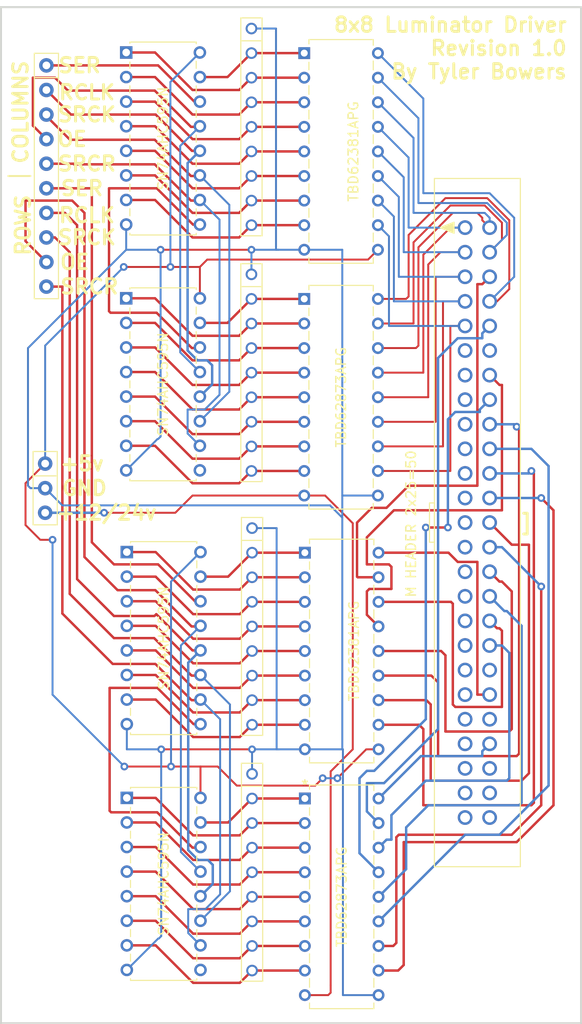
<source format=kicad_pcb>
(kicad_pcb (version 20211014) (generator pcbnew)
  (layers (0 "F.Cu" signal) (31 "B.Cu" signal) (34 "B.Paste" user) (35 "F.Paste" user) (36 "B.SilkS" user "B.Silkscreen") (37 "F.SilkS" user "F.Silkscreen") (38 "B.Mask" user) (39 "F.Mask" user) (44 "Edge.Cuts" user))
  (net 0 "")
  (footprint "Luminator:1x3 pads" (layer "F.Cu") (at 84.328 88.138)
    (fp_text reference "REF**" hide)
    (fp_text value "1x3 pads")
  )
  (footprint "Luminator:8x10 R Array" (layer "F.Cu") (at 105.7275 117.6655)
    (fp_text reference "REF**" hide)
    (fp_text value "8x10k R Array")
  )
  (footprint "Luminator:SN74AHC595N" (layer "F.Cu") (at 96.52 67.564)
    (fp_text reference "REF**" hide)
    (fp_text value "SN74AHC595N")
  )
  (footprint "Luminator:TBD62783APG" (layer "F.Cu") (at 111.1885 120.2055)
    (fp_text reference "REF**" hide)
    (fp_text value "TBD62873APG")
  )
  (footprint "Luminator:8x10 R Array" (layer "F.Cu") (at 105.664 40.64)
    (fp_text reference "REF**" hide)
    (fp_text value "8x10k R Array")
  )
  (footprint "Luminator:TBD62783APG" (layer "F.Cu") (at 111.125 68.58)
    (fp_text reference "REF**" hide)
    (fp_text value "TBD62873APG")
  )
  (footprint "Luminator:8x10 R Array" (layer "F.Cu") (at 105.7275 92.2655)
    (fp_text reference "REF**" hide)
    (fp_text value "8x10k R Array")
  )
  (footprint "Luminator:SN74AHC595N" (layer "F.Cu") (at 96.5835 93.7895)
    (fp_text reference "REF**" hide)
    (fp_text value "SN74AHC595N")
  )
  (footprint "Luminator:8x10 R Array" (layer "F.Cu") (at 105.664 66.04)
    (fp_text reference "REF**" hide)
    (fp_text value "8x10k R Array")
  )
  (footprint "Luminator:TBD62381APG" (layer "F.Cu") (at 111.125 43.18)
    (fp_text reference "REF**" hide)
    (fp_text value "TBD62381APG")
  )
  (footprint "Luminator:M HEADER 2x25=50 2.54mm" (layer "F.Cu") (at 127.762 61.214 -90)
    (fp_text reference "REF**" hide)
    (fp_text value "M HEADER 2x25=50 ")
  )
  (footprint "Luminator:1x10 pads" (layer "F.Cu") (at 84.455 55.88 180)
    (fp_text reference "REF**" hide)
    (fp_text value "1x10 pads" hide)
  )
  (footprint "Luminator:TBD62381APG" (layer "F.Cu") (at 111.1885 94.8055)
    (fp_text reference "REF**" hide)
    (fp_text value "TBD62381APG")
  )
  (footprint "Luminator:SN74AHC595N" (layer "F.Cu") (at 96.5835 119.1895)
    (fp_text reference "REF**" hide)
    (fp_text value "SN74AHC595N")
  )
  (footprint "Luminator:SN74AHC595N" (layer "F.Cu") (at 96.52 42.164)
    (fp_text reference "REF**" hide)
    (fp_text value "SN74AHC595N")
  )
  (gr_line (start 82.804 55.88) (end 80.518 55.88) (layer "F.SilkS") (width 0.2))
  (gr_rect (start 79.756 143.432) (end 139.756 38.432) (layer "Edge.Cuts") (width 0.2) (fill none))
  (gr_text "OE" (at 87.376 64.77) (layer "F.SilkS") (effects (font (size 1.5 1.5) (thickness 0.3))))
  (gr_text "]" (at 134.112 91.694) (layer "F.SilkS") (effects (font (size 1.5 1.5) (thickness 0.3))))
  (gr_text "SRCK" (at 88.646 62.23) (layer "F.SilkS") (effects (font (size 1.5 1.5) (thickness 0.3))))
  (gr_text "OE" (at 87.122 52.07) (layer "F.SilkS") (effects (font (size 1.5 1.5) (thickness 0.3))))
  (gr_text "+12/24v" (at 90.678 90.678) (layer "F.SilkS") (effects (font (size 1.5 1.5) (thickness 0.3))))
  (gr_text "SRCR" (at 88.646 54.61) (layer "F.SilkS") (effects (font (size 1.5 1.5) (thickness 0.3))))
  (gr_text "SER" (at 87.884 44.45) (layer "F.SilkS") (effects (font (size 1.5 1.5) (thickness 0.3))))
  (gr_text "ROWS" (at 82.042 60.96 90) (layer "F.SilkS") (effects (font (size 1.5 1.5) (thickness 0.3))))
  (gr_text "SRCK" (at 88.646 49.53) (layer "F.SilkS") (effects (font (size 1.5 1.5) (thickness 0.3))))
  (gr_text "RCLK" (at 88.646 47.244) (layer "F.SilkS") (effects (font (size 1.5 1.5) (thickness 0.3))))
  (gr_text "RCLK" (at 88.646 59.944) (layer "F.SilkS") (effects (font (size 1.5 1.5) (thickness 0.3))))
  (gr_text "COLUMNS" (at 81.788 49.276 90) (layer "F.SilkS") (effects (font (size 1.5 1.5) (thickness 0.3))))
  (gr_text "+5v" (at 88.138 85.598) (layer "F.SilkS") (effects (font (size 1.5 1.5) (thickness 0.3))))
  (gr_text "8x8 Luminator Driver\nRevision 1.0\nBy Tyler Bowers" (at 138.43 42.672) (layer "F.SilkS") (effects (font (size 1.5 1.5) (thickness 0.3)) (justify right)))
  (gr_text "SER" (at 88.138 57.15) (layer "F.SilkS") (effects (font (size 1.5 1.5) (thickness 0.3))))
  (gr_text "SRCR" (at 88.9 67.31) (layer "F.SilkS") (effects (font (size 1.5 1.5) (thickness 0.3))))
  (gr_text "GND" (at 88.392 88.138) (layer "F.SilkS") (effects (font (size 1.5 1.5) (thickness 0.3))))
  (segment (start 92.71 83.7565) (end 95.6945 83.7565) (width 0.25) (layer "F.Cu") (net 0))
  (segment (start 117.602 98.806) (end 117.856 98.552) (width 0.25) (layer "F.Cu") (net 0))
  (segment (start 104.394 85.09) (end 105.664 83.82) (width 0.25) (layer "F.Cu") (net 0))
  (segment (start 125.73 58.166) (end 130.048 58.166) (width 0.2) (layer "F.Cu") (net 0))
  (segment (start 126.3015 99.8855) (end 126.492 100.076) (width 0.25) (layer "F.Cu") (net 0))
  (segment (start 116.586 97.282) (end 116.586 91.694) (width 0.25) (layer "F.Cu") (net 0))
  (segment (start 123.444 113.03) (end 123.444 120.904) (width 0.25) (layer "F.Cu") (net 0))
  (segment (start 91.821 98.679) (end 88.392 95.25) (width 0.25) (layer "F.Cu") (net 0))
  (segment (start 111.125 45.72) (end 105.664 45.72) (width 0.25) (layer "F.Cu") (net 0))
  (segment (start 133.096 124.714) (end 121.412 124.714) (width 0.25) (layer "F.Cu") (net 0))
  (segment (start 86.6775 47.0535) (end 85.344 45.72) (width 0.25) (layer "F.Cu") (net 0))
  (segment (start 104.4575 98.6155) (end 105.7275 97.3455) (width 0.25) (layer "F.Cu") (net 0))
  (segment (start 92.71 55.8165) (end 95.6945 55.8165) (width 0.25) (layer "F.Cu") (net 0))
  (segment (start 111.1885 137.9855) (end 105.7275 137.9855) (width 0.25) (layer "F.Cu") (net 0))
  (segment (start 95.758 107.442) (end 99.6315 111.3155) (width 0.25) (layer "F.Cu") (net 0))
  (segment (start 105.664 63.5) (end 96.266 63.5) (width 0.2) (layer "F.Cu") (net 0))
  (segment (start 92.71 73.5965) (end 95.6945 73.5965) (width 0.25) (layer "F.Cu") (net 0))
  (segment (start 119.888 96.012) (end 117.602 96.012) (width 0.25) (layer "F.Cu") (net 0))
  (segment (start 86.995 49.53) (end 84.455 46.99) (width 0.25) (layer "F.Cu") (net 0))
  (segment (start 114.554 118.11) (end 117.5385 115.1255) (width 0.2) (layer "F.Cu") (net 0))
  (segment (start 104.394 80.01) (end 105.664 78.74) (width 0.25) (layer "F.Cu") (net 0))
  (segment (start 105.7275 125.2855) (end 111.1885 125.2855) (width 0.25) (layer "F.Cu") (net 0))
  (segment (start 105.664 73.66) (end 111.125 73.66) (width 0.25) (layer "F.Cu") (net 0))
  (segment (start 105.7275 110.0455) (end 111.1885 110.0455) (width 0.25) (layer "F.Cu") (net 0))
  (segment (start 95.6945 45.6565) (end 99.568 49.53) (width 0.25) (layer "F.Cu") (net 0))
  (segment (start 92.71 45.6565) (end 95.6945 45.6565) (width 0.25) (layer "F.Cu") (net 0))
  (segment (start 111.125 81.28) (end 105.664 81.28) (width 0.25) (layer "F.Cu") (net 0))
  (segment (start 99.568 46.99) (end 104.394 46.99) (width 0.25) (layer "F.Cu") (net 0))
  (segment (start 104.4575 103.6955) (end 105.7275 102.4255) (width 0.25) (layer "F.Cu") (net 0))
  (segment (start 132.588 113.03) (end 132.588 98.806) (width 0.25) (layer "F.Cu") (net 0))
  (segment (start 92.71 48.1965) (end 95.6945 48.1965) (width 0.25) (layer "F.Cu") (net 0))
  (segment (start 95.758 94.742) (end 99.6315 98.6155) (width 0.25) (layer "F.Cu") (net 0))
  (segment (start 84.455 54.61) (end 87.249 54.61) (width 0.25) (layer "F.Cu") (net 0))
  (segment (start 97.282 65.278) (end 92.456 65.278) (width 0.2) (layer "F.Cu") (net 0))
  (segment (start 85.09 93.472) (end 83.82 93.472) (width 0.2) (layer "F.Cu") (net 0))
  (segment (start 131.063999 102.615999) (end 130.302 101.854) (width 0.25) (layer "F.Cu") (net 0))
  (segment (start 135.636 89.154) (end 136.906 90.424) (width 0.25) (layer "F.Cu") (net 0))
  (segment (start 92.7735 102.362) (end 95.758 102.362) (width 0.25) (layer "F.Cu") (net 0))
  (segment (start 85.344 62.23) (end 84.455 62.23) (width 0.25) (layer "F.Cu") (net 0))
  (segment (start 118.8085 97.3455) (end 116.6495 97.3455) (width 0.25) (layer "F.Cu") (net 0))
  (segment (start 100.33 65.278) (end 97.282 65.278) (width 0.2) (layer "F.Cu") (net 0))
  (segment (start 126.238 58.928) (end 129.794 58.928) (width 0.2) (layer "F.Cu") (net 0))
  (segment (start 92.71 43.1165) (end 95.6945 43.1165) (width 0.25) (layer "F.Cu") (net 0))
  (segment (start 123.698 92.202) (end 125.984 92.202) (width 0.25) (layer "F.Cu") (net 0))
  (segment (start 92.71 78.6765) (end 95.6945 78.6765) (width 0.25) (layer "F.Cu") (net 0))
  (segment (start 118.8085 102.4255) (end 117.602 101.219) (width 0.25) (layer "F.Cu") (net 0))
  (segment (start 126.238 71.374) (end 127.762 71.374) (width 0.2) (layer "F.Cu") (net 0))
  (segment (start 99.6315 106.2355) (end 104.4575 106.2355) (width 0.25) (layer "F.Cu") (net 0))
  (segment (start 87.122 58.42) (end 82.296 58.42) (width 0.25) (layer "F.Cu") (net 0))
  (segment (start 117.5385 115.1255) (end 118.8085 115.1255) (width 0.2) (layer "F.Cu") (net 0))
  (segment (start 133.35 82.042) (end 133.096 81.788) (width 0.25) (layer "F.Cu") (net 0))
  (segment (start 99.679125 112.522) (end 95.932625 108.7755) (width 0.25) (layer "F.Cu") (net 0))
  (segment (start 126.746 110.744) (end 131.572 110.744) (width 0.25) (layer "F.Cu") (net 0))
  (segment (start 86.106 67.31) (end 84.455 67.31) (width 0.25) (layer "F.Cu") (net 0))
  (segment (start 111.1885 107.5055) (end 105.7275 107.5055) (width 0.25) (layer "F.Cu") (net 0))
  (segment (start 95.758 102.362) (end 99.6315 106.2355) (width 0.25) (layer "F.Cu") (net 0))
  (segment (start 120.142 96.266) (end 119.888 96.012) (width 0.25) (layer "F.Cu") (net 0))
  (segment (start 118.8085 110.0455) (end 123.7615 110.0455) (width 0.25) (layer "F.Cu") (net 0))
  (segment (start 104.4575 113.8555) (end 105.7275 112.5855) (width 0.25) (layer "F.Cu") (net 0))
  (segment (start 103.1875 45.6565) (end 105.664 43.18) (width 0.25) (layer "F.Cu") (net 0))
  (segment (start 105.7275 130.3655) (end 111.1885 130.3655) (width 0.25) (layer "F.Cu") (net 0))
  (segment (start 91.313 106.299) (end 86.106 101.092) (width 0.25) (layer "F.Cu") (net 0))
  (segment (start 95.758 97.282) (end 99.6315 101.1555) (width 0.25) (layer "F.Cu") (net 0))
  (segment (start 113.8555 139.5095) (end 113.8555 140.2715) (width 0.2) (layer "F.Cu") (net 0))
  (segment (start 129.032 95.758) (end 129.032 109.474) (width 0.25) (layer "F.Cu") (net 0))
  (segment (start 99.568 82.55) (end 104.394 82.55) (width 0.25) (layer "F.Cu") (net 0))
  (segment (start 127 95.758) (end 129.032 95.758) (width 0.25) (layer "F.Cu") (net 0))
  (segment (start 126.238 86.36) (end 126.238 71.374) (width 0.2) (layer "F.Cu") (net 0))
  (segment (start 92.71 58.3565) (end 95.6945 58.3565) (width 0.25) (layer "F.Cu") (net 0))
  (segment (start 104.394 59.69) (end 105.664 58.42) (width 0.25) (layer "F.Cu") (net 0))
  (segment (start 129.54 60.198) (end 129.540001 60.452001) (width 0.2) (layer "F.Cu") (net 0))
  (segment (start 100.33 65.278) (end 101.092 64.516) (width 0.2) (layer "F.Cu") (net 0))
  (segment (start 113.284 88.9) (end 111.125 88.9) (width 0.2) (layer "F.Cu") (net 0))
  (segment (start 92.7735 127.762) (end 95.758 127.762) (width 0.25) (layer "F.Cu") (net 0))
  (segment (start 132.588 123.952) (end 120.904 123.952) (width 0.25) (layer "F.Cu") (net 0))
  (segment (start 112.268 118.872) (end 113.03 118.11) (width 0.2) (layer "F.Cu") (net 0))
  (segment (start 126.492 100.076) (end 126.492 110.49) (width 0.25) (layer "F.Cu") (net 0))
  (segment (start 92.7735 97.282) (end 95.758 97.282) (width 0.25) (layer "F.Cu") (net 0))
  (segment (start 125.73 105.41) (end 125.73 113.284) (width 0.25) (layer "F.Cu") (net 0))
  (segment (start 95.66275 52.1335) (end 86.89975 52.1335) (width 0.25) (layer "F.Cu") (net 0))
  (segment (start 130.048 58.166) (end 132.334 60.452) (width 0.2) (layer "F.Cu") (net 0))
  (segment (start 118.745 68.58) (end 121.666 68.58) (width 0.2) (layer "F.Cu") (net 0))
  (segment (start 131.572 102.87) (end 131.318 102.616) (width 0.25) (layer "F.Cu") (net 0))
  (segment (start 116.586 91.694) (end 118.11 90.17) (width 0.25) (layer "F.Cu") (net 0))
  (segment (start 113.6015 140.5255) (end 111.1885 140.5255) (width 0.2) (layer "F.Cu") (net 0))
  (segment (start 120.65 124.206) (end 120.65 135.128) (width 0.25) (layer "F.Cu") (net 0))
  (segment (start 124.968 108.204) (end 124.968 115.824) (width 0.25) (layer "F.Cu") (net 0))
  (segment (start 95.6945 53.2765) (end 99.568 57.15) (width 0.25) (layer "F.Cu") (net 0))
  (segment (start 92.71 76.1365) (end 95.6945 76.1365) (width 0.25) (layer "F.Cu") (net 0))
  (segment (start 100.23475 58.42) (end 99.40925 58.42) (width 0.25) (layer "F.Cu") (net 0))
  (segment (start 125.2855 104.9655) (end 125.73 105.41) (width 0.25) (layer "F.Cu") (net 0))
  (segment (start 122.936 73.406) (end 122.936 63.246) (width 0.2) (layer "F.Cu") (net 0))
  (segment (start 121.92 87.884) (end 129.032 87.884) (width 0.25) (layer "F.Cu") (net 0))
  (segment (start 104.4575 134.1755) (end 105.7275 132.9055) (width 0.25) (layer "F.Cu") (net 0))
  (segment (start 99.6315 136.7155) (end 104.4575 136.7155) (width 0.25) (layer "F.Cu") (net 0))
  (segment (start 104.394 54.61) (end 105.664 53.34) (width 0.25) (layer "F.Cu") (net 0))
  (segment (start 95.66275 54.6735) (end 87.3125 54.6735) (width 0.25) (layer "F.Cu") (net 0))
  (segment (start 105.664 68.58) (end 111.125 68.58) (width 0.25) (layer "F.Cu") (net 0))
  (segment (start 104.394 82.55) (end 105.664 81.28) (width 0.25) (layer "F.Cu") (net 0))
  (segment (start 116.1415 115.1255) (end 113.8555 117.4115) (width 0.2) (layer "F.Cu") (net 0))
  (segment (start 86.89975 52.1335) (end 84.35975 49.5935) (width 0.25) (layer "F.Cu") (net 0))
  (segment (start 100.3935 116.9035) (end 97.3455 116.9035) (width 0.2) (layer "F.Cu") (net 0))
  (segment (start 95.6945 48.1965) (end 99.568 52.07) (width 0.25) (layer "F.Cu") (net 0))
  (segment (start 118.8085 99.8855) (end 126.3015 99.8855) (width 0.25) (layer "F.Cu") (net 0))
  (segment (start 82.296 58.42) (end 82.296 62.611) (width 0.25) (layer "F.Cu") (net 0))
  (segment (start 99.40925 50.8) (end 95.66275 47.0535) (width 0.25) (layer "F.Cu") (net 0))
  (segment (start 119.634 90.17) (end 121.92 87.884) (width 0.25) (layer "F.Cu") (net 0))
  (segment (start 134.366 93.98) (end 132.588 93.98) (width 0.25) (layer "F.Cu") (net 0))
  (segment (start 99.7585 48.1965) (end 96.012 44.45) (width 0.25) (layer "F.Cu") (net 0))
  (segment (start 135.636 120.904) (end 132.588 123.952) (width 0.25) (layer "F.Cu") (net 0))
  (segment (start 118.8085 104.9655) (end 125.2855 104.9655) (width 0.25) (layer "F.Cu") (net 0))
  (segment (start 122.936 63.246) (end 126.492 59.69) (width 0.2) (layer "F.Cu") (net 0))
  (segment (start 104.394 46.99) (end 105.664 45.72) (width 0.25) (layer "F.Cu") (net 0))
  (segment (start 83.058 50.673) (end 84.455 52.07) (width 0.25) (layer "F.Cu") (net 0))
  (segment (start 95.6945 73.5965) (end 99.568 77.47) (width 0.25) (layer "F.Cu") (net 0))
  (segment (start 134.366 117.602) (end 134.366 93.98) (width 0.25) (layer "F.Cu") (net 0))
  (segment (start 100.33 71.0565) (end 103.1875 71.0565) (width 0.25) (layer "F.Cu") (net 0))
  (segment (start 95.72625 98.679) (end 91.821 98.679) (width 0.25) (layer "F.Cu") (net 0))
  (segment (start 124.206 110.49) (end 124.206 118.364) (width 0.25) (layer "F.Cu") (net 0))
  (segment (start 99.615625 60.8965) (end 95.869125 57.15) (width 0.25) (layer "F.Cu") (net 0))
  (segment (start 111.1885 127.8255) (end 105.7275 127.8255) (width 0.25) (layer "F.Cu") (net 0))
  (segment (start 92.7735 130.302) (end 95.758 130.302) (width 0.25) (layer "F.Cu") (net 0))
  (segment (start 92.7735 99.822) (end 95.758 99.822) (width 0.25) (layer "F.Cu") (net 0))
  (segment (start 95.758 132.842) (end 99.6315 136.7155) (width 0.25) (layer "F.Cu") (net 0))
  (segment (start 120.8405 137.9855) (end 118.8085 137.9855) (width 0.25) (layer "F.Cu") (net 0))
  (segment (start 125.222 63.754) (end 127.762 63.754) (width 0.2) (layer "F.Cu") (net 0))
  (segment (start 104.394 72.39) (end 105.664 71.12) (width 0.25) (layer "F.Cu") (net 0))
  (segment (start 100.33 45.6565) (end 103.1875 45.6565) (width 0.25) (layer "F.Cu") (net 0))
  (segment (start 118.8085 94.8055) (end 126.0475 94.8055) (width 0.25) (layer "F.Cu") (net 0))
  (segment (start 99.47275 110.0455) (end 95.72625 106.299) (width 0.25) (layer "F.Cu") (net 0))
  (segment (start 104.394 74.93) (end 105.664 73.66) (width 0.25) (layer "F.Cu") (net 0))
  (segment (start 105.7275 104.9655) (end 111.1885 104.9655) (width 0.25) (layer "F.Cu") (net 0))
  (segment (start 99.5045 73.66) (end 95.85325 70.00875) (width 0.25) (layer "F.Cu") (net 0))
  (segment (start 85.344 45.72) (end 83.058 45.72) (width 0.25) (layer "F.Cu") (net 0))
  (segment (start 100.33 68.5165) (end 100.33 65.278) (width 0.2) (layer "F.Cu") (net 0))
  (segment (start 95.6945 50.7365) (end 99.568 54.61) (width 0.25) (layer "F.Cu") (net 0))
  (segment (start 99.6315 139.2555) (end 104.4575 139.2555) (width 0.25) (layer "F.Cu") (net 0))
  (segment (start 126.238 61.214) (end 127.762 61.214) (width 0.2) (layer "F.Cu") (net 0))
  (segment (start 95.59925 103.632) (end 91.44 103.632) (width 0.25) (layer "F.Cu") (net 0))
  (segment (start 95.758 120.142) (end 99.6315 124.0155) (width 0.25) (layer "F.Cu") (net 0))
  (segment (start 131.572 97.79) (end 131.318 97.79) (width 0.25) (layer "F.Cu") (net 0))
  (segment (start 132.588 98.806) (end 131.572 97.79) (width 0.25) (layer "F.Cu") (net 0))
  (segment (start 133.096 115.824) (end 133.35 115.57) (width 0.25) (layer "F.Cu") (net 0))
  (segment (start 111.125 76.2) (end 105.664 76.2) (width 0.25) (layer "F.Cu") (net 0))
  (segment (start 122.428 62.738) (end 126.238 58.928) (width 0.2) (layer "F.Cu") (net 0))
  (segment (start 104.4575 101.1555) (end 105.7275 99.8855) (width 0.25) (layer "F.Cu") (net 0))
  (segment (start 118.745 71.12) (end 122.428 71.12) (width 0.2) (layer "F.Cu") (net 0))
  (segment (start 100.3935 97.282) (end 103.251 97.282) (width 0.25) (layer "F.Cu") (net 0))
  (segment (start 91.44 96.012) (end 89.154 93.726) (width 0.25) (layer "F.Cu") (net 0))
  (segment (start 100.29825 107.5055) (end 99.47275 107.5055) (width 0.25) (layer "F.Cu") (net 0))
  (segment (start 95.758 135.382) (end 99.6315 139.2555) (width 0.25) (layer "F.Cu") (net 0))
  (segment (start 99.568 54.61) (end 104.394 54.61) (width 0.25) (layer "F.Cu") (net 0))
  (segment (start 95.758 99.822) (end 99.6315 103.6955) (width 0.25) (layer "F.Cu") (net 0))
  (segment (start 131.318 77.47) (end 130.302 76.454) (width 0.25) (layer "F.Cu") (net 0))
  (segment (start 90.932 69.85) (end 91.09075 70.00875) (width 0.25) (layer "F.Cu") (net 0))
  (segment (start 99.47275 102.4255) (end 95.72625 98.679) (width 0.25) (layer "F.Cu") (net 0))
  (segment (start 124.2695 107.5055) (end 124.968 108.204) (width 0.25) (layer "F.Cu") (net 0))
  (segment (start 95.66275 47.0535) (end 86.6775 47.0535) (width 0.25) (layer "F.Cu") (net 0))
  (segment (start 125.476 68.834) (end 127.762 68.834) (width 0.2) (layer "F.Cu") (net 0))
  (segment (start 92.7735 120.142) (end 95.758 120.142) (width 0.25) (layer "F.Cu") (net 0))
  (segment (start 111.125 55.88) (end 105.664 55.88) (width 0.25) (layer "F.Cu") (net 0))
  (segment (start 131.572 110.744) (end 131.572 102.87) (width 0.25) (layer "F.Cu") (net 0))
  (segment (start 117.602 93.218) (end 120.396 90.424) (width 0.25) (layer "F.Cu") (net 0))
  (segment (start 92.7735 135.382) (end 95.758 135.382) (width 0.25) (layer "F.Cu") (net 0))
  (segment (start 104.4575 108.7755) (end 105.7275 107.5055) (width 0.25) (layer "F.Cu") (net 0))
  (segment (start 111.125 71.12) (end 105.664 71.12) (width 0.25) (layer "F.Cu") (net 0))
  (segment (start 87.249 54.61) (end 87.3125 54.6735) (width 0.25) (layer "F.Cu") (net 0))
  (segment (start 132.588 93.98) (end 130.302 91.694) (width 0.25) (layer "F.Cu") (net 0))
  (segment (start 88.392 59.69) (end 87.122 58.42) (width 0.25) (layer "F.Cu") (net 0))
  (segment (start 120.142 98.552) (end 120.142 96.266) (width 0.25) (layer "F.Cu") (net 0))
  (segment (start 125.73 113.284) (end 132.334 113.284) (width 0.25) (layer "F.Cu") (net 0))
  (segment (start 104.394 52.07) (end 105.664 50.8) (width 0.25) (layer "F.Cu") (net 0))
  (segment (start 135.636 98.298) (end 135.636 120.904) (width 0.25) (layer "F.Cu") (net 0))
  (segment (start 103.1875 71.0565) (end 105.664 68.58) (width 0.25) (layer "F.Cu") (net 0))
  (segment (start 92.7735 104.902) (end 95.758 104.902) (width 0.25) (layer "F.Cu") (net 0))
  (segment (start 92.71 81.2165) (end 95.6945 81.2165) (width 0.25) (layer "F.Cu") (net 0))
  (segment (start 99.568 49.53) (end 104.394 49.53) (width 0.25) (layer "F.Cu") (net 0))
  (segment (start 129.794 58.928) (end 131.572 60.706) (width 0.2) (layer "F.Cu") (net 0))
  (segment (start 122.428 71.12) (end 122.428 62.738) (width 0.2) (layer "F.Cu") (net 0))
  (segment (start 121.666 68.58) (end 121.92 68.326) (width 0.2) (layer "F.Cu") (net 0))
  (segment (start 82.296 62.611) (end 84.455 64.77) (width 0.25) (layer "F.Cu") (net 0))
  (segment (start 104.4575 129.0955) (end 105.7275 127.8255) (width 0.25) (layer "F.Cu") (net 0))
  (segment (start 95.6945 78.6765) (end 99.568 82.55) (width 0.25) (layer "F.Cu") (net 0))
  (segment (start 126.0475 94.8055) (end 127 95.758) (width 0.25) (layer "F.Cu") (net 0))
  (segment (start 99.568 62.23) (end 104.394 62.23) (width 0.25) (layer "F.Cu") (net 0))
  (segment (start 99.568 88.9) (end 97.79 90.678) (width 0.2) (layer "F.Cu") (net 0))
  (segment (start 86.36 59.69) (end 84.455 59.69) (width 0.25) (layer "F.Cu") (net 0))
  (segment (start 95.758 125.222) (end 99.6315 129.0955) (width 0.25) (layer "F.Cu") (net 0))
  (segment (start 92.7735 132.842) (end 95.758 132.842) (width 0.25) (layer "F.Cu") (net 0))
  (segment (start 105.7275 120.2055) (end 111.1885 120.2055) (width 0.25) (layer "F.Cu") (net 0))
  (segment (start 99.568 72.39) (end 104.394 72.39) (width 0.25) (layer "F.Cu") (net 0))
  (segment (start 100.33 73.66) (end 99.5045 73.66) (width 0.25) (layer "F.Cu") (net 0))
  (segment (start 100.3935 125.2855) (end 99.568 125.2855) (width 0.25) (layer "F.Cu") (net 0))
  (segment (start 95.758 104.902) (end 99.6315 108.7755) (width 0.25) (layer "F.Cu") (net 0))
  (segment (start 99.6315 111.3155) (end 104.4575 111.3155) (width 0.25) (layer "F.Cu") (net 0))
  (segment (start 99.822 99.822) (end 96.012 96.012) (width 0.25) (layer "F.Cu") (net 0))
  (segment (start 99.568 104.902) (end 95.8215 101.1555) (width 0.25) (layer "F.Cu") (net 0))
  (segment (start 95.6945 76.1365) (end 99.568 80.01) (width 0.25) (layer "F.Cu") (net 0))
  (segment (start 90.9955 121.4755) (end 91.15425 121.63425) (width 0.25) (layer "F.Cu") (net 0))
  (segment (start 105.664 43.18) (end 111.125 43.18) (width 0.25) (layer "F.Cu") (net 0))
  (segment (start 95.6945 81.2165) (end 99.568 85.09) (width 0.25) (layer "F.Cu") (net 0))
  (segment (start 118.745 81.28) (end 124.714 81.28) (width 0.2) (layer "F.Cu") (net 0))
  (segment (start 102.1715 116.9035) (end 104.14 118.872) (width 0.2) (layer "F.Cu") (net 0))
  (segment (start 120.3325 135.4455) (end 118.8085 135.4455) (width 0.25) (layer "F.Cu") (net 0))
  (segment (start 101.092 64.516) (end 117.729 64.516) (width 0.2) (layer "F.Cu") (net 0))
  (segment (start 95.758 127.762) (end 99.6315 131.6355) (width 0.25) (layer "F.Cu") (net 0))
  (segment (start 122.9995 112.5855) (end 123.444 113.03) (width 0.25) (layer "F.Cu") (net 0))
  (segment (start 99.6315 134.1755) (end 104.4575 134.1755) (width 0.25) (layer "F.Cu") (net 0))
  (segment (start 104.4575 131.6355) (end 105.7275 130.3655) (width 0.25) (layer "F.Cu") (net 0))
  (segment (start 103.251 97.282) (end 105.7275 94.8055) (width 0.25) (layer "F.Cu") (net 0))
  (segment (start 100.29825 102.4255) (end 99.47275 102.4255) (width 0.25) (layer "F.Cu") (net 0))
  (segment (start 99.568 77.47) (end 104.394 77.47) (width 0.25) (layer "F.Cu") (net 0))
  (segment (start 92.71 50.7365) (end 95.6945 50.7365) (width 0.25) (layer "F.Cu") (net 0))
  (segment (start 131.572 90.424) (end 131.572 77.47) (width 0.25) (layer "F.Cu") (net 0))
  (segment (start 95.758 109.982) (end 99.6315 113.8555) (width 0.25) (layer "F.Cu") (net 0))
  (segment (start 117.856 98.552) (end 120.142 98.552) (width 0.25) (layer "F.Cu") (net 0))
  (segment (start 111.125 86.36) (end 105.664 86.36) (width 0.25) (layer "F.Cu") (net 0))
  (segment (start 118.745 78.74) (end 123.952 78.74) (width 0.2) (layer "F.Cu") (net 0))
  (segment (start 96.012 44.45) (end 84.455 44.45) (width 0.25) (layer "F.Cu") (net 0))
  (segment (start 111.1885 97.3455) (end 105.7275 97.3455) (width 0.25) (layer "F.Cu") (net 0))
  (segment (start 113.8555 140.2715) (end 113.6015 140.5255) (width 0.2) (layer "F.Cu") (net 0))
  (segment (start 104.394 62.23) (end 105.664 60.96) (width 0.25) (layer "F.Cu") (net 0))
  (segment (start 124.968 115.824) (end 133.096 115.824) (width 0.25) (layer "F.Cu") (net 0))
  (segment (start 104.394 57.15) (end 105.664 55.88) (width 0.25) (layer "F.Cu") (net 0))
  (segment (start 99.568 85.09) (end 104.394 85.09) (width 0.25) (layer "F.Cu") (net 0))
  (segment (start 117.729 64.516) (end 118.745 63.5) (width 0.2) (layer "F.Cu") (net 0))
  (segment (start 133.604 118.364) (end 134.366 117.602) (width 0.25) (layer "F.Cu") (net 0))
  (segment (start 118.745 76.2) (end 123.444 76.2) (width 0.2) (layer "F.Cu") (net 0))
  (segment (start 82.296 91.948) (end 82.296 87.63) (width 0.2) (layer "F.Cu") (net 0))
  (segment (start 95.932625 108.7755) (end 90.9955 108.7755) (width 0.25) (layer "F.Cu") (net 0))
  (segment (start 89.154 57.15) (end 84.455 57.15) (width 0.25) (layer "F.Cu") (net 0))
  (segment (start 91.44 101.346) (end 87.63 97.536) (width 0.25) (layer "F.Cu") (net 0))
  (segment (start 99.6315 98.6155) (end 104.4575 98.6155) (width 0.25) (layer "F.Cu") (net 0))
  (segment (start 90.932 57.15) (end 90.932 69.85) (width 0.25) (layer "F.Cu") (net 0))
  (segment (start 99.6315 108.7755) (end 104.4575 108.7755) (width 0.25) (layer "F.Cu") (net 0))
  (segment (start 111.1885 102.4255) (end 105.7275 102.4255) (width 0.25) (layer "F.Cu") (net 0))
  (segment (start 129.032 59.69) (end 129.54 60.198) (width 0.2) (layer "F.Cu") (net 0))
  (segment (start 95.631 101.346) (end 91.44 101.346) (width 0.25) (layer "F.Cu") (net 0))
  (segment (start 96.012 96.012) (end 91.44 96.012) (width 0.25) (layer "F.Cu") (net 0))
  (segment (start 136.906 90.424) (end 136.906 120.904) (width 0.25) (layer "F.Cu") (net 0))
  (segment (start 92.7735 109.982) (end 95.758 109.982) (width 0.25) (layer "F.Cu") (net 0))
  (segment (start 123.444 120.904) (end 134.62 120.904) (width 0.25) (layer "F.Cu") (net 0))
  (segment (start 121.412 124.714) (end 121.412 137.414) (width 0.25) (layer "F.Cu") (net 0))
  (segment (start 111.125 60.96) (end 105.664 60.96) (width 0.25) (layer "F.Cu") (net 0))
  (segment (start 104.4575 111.3155) (end 105.7275 110.0455) (width 0.25) (layer "F.Cu") (net 0))
  (segment (start 92.7735 122.682) (end 95.758 122.682) (width 0.25) (layer "F.Cu") (net 0))
  (segment (start 131.064 68.834) (end 130.302 68.834) (width 0.2) (layer "F.Cu") (net 0))
  (segment (start 95.6945 83.7565) (end 99.568 87.63) (width 0.25) (layer "F.Cu") (net 0))
  (segment (start 132.334 67.564) (end 131.064 68.834) (width 0.2) (layer "F.Cu") (net 0))
  (segment (start 83.058 45.72) (end 83.058 50.673) (width 0.25) (layer "F.Cu") (net 0))
  (segment (start 100.3935 104.902) (end 99.568 104.902) (width 0.25) (layer "F.Cu") (net 0))
  (segment (start 95.758 130.302) (end 99.6315 134.1755) (width 0.25) (layer "F.Cu") (net 0))
  (segment (start 117.602 101.219) (end 117.602 98.806) (width 0.25) (layer "F.Cu") (net 0))
  (segment (start 99.6315 113.8555) (end 104.4575 113.8555) (width 0.25) (layer "F.Cu") (net 0))
  (segment (start 129.540001 67.055999) (end 130.302 66.294) (width 0.25) (layer "F.Cu") (net 0))
  (segment (start 131.572 77.47) (end 131.318 77.47) (width 0.25) (layer "F.Cu") (net 0))
  (segment (start 111.1885 122.7455) (end 105.7275 122.7455) (width 0.25) (layer "F.Cu") (net 0))
  (segment (start 111.1885 132.9055) (end 105.7275 132.9055) (width 0.25) (layer "F.Cu") (net 0))
  (segment (start 104.4575 126.5555) (end 105.7275 125.2855) (width 0.25) (layer "F.Cu") (net 0))
  (segment (start 86.868 99.06) (end 86.868 63.754) (width 0.25) (layer "F.Cu") (net 0))
  (segment (start 95.6945 71.0565) (end 99.568 74.93) (width 0.25) (layer "F.Cu") (net 0))
  (segment (start 105.7275 135.4455) (end 111.1885 135.4455) (width 0.25) (layer "F.Cu") (net 0))
  (segment (start 118.8085 112.5855) (end 122.9995 112.5855) (width 0.25) (layer "F.Cu") (net 0))
  (segment (start 123.444 76.2) (end 123.444 64.008) (width 0.2) (layer "F.Cu") (net 0))
  (segment (start 99.6315 101.1555) (end 104.4575 101.1555) (width 0.25) (layer "F.Cu") (net 0))
  (segment (start 129.032 109.474) (end 130.302 109.474) (width 0.25) (layer "F.Cu") (net 0))
  (segment (start 105.7275 99.8855) (end 111.1885 99.8855) (width 0.25) (layer "F.Cu") (net 0))
  (segment (start 111.1885 112.5855) (end 105.7275 112.5855) (width 0.25) (layer "F.Cu") (net 0))
  (segment (start 105.664 83.82) (end 111.125 83.82) (width 0.25) (layer "F.Cu") (net 0))
  (segment (start 118.745 73.66) (end 122.682 73.66) (width 0.2) (layer "F.Cu") (net 0))
  (segment (start 92.71 68.5165) (end 95.6945 68.5165) (width 0.25) (layer "F.Cu") (net 0))
  (segment (start 87.63 60.96) (end 86.36 59.69) (width 0.25) (layer "F.Cu") (net 0))
  (segment (start 105.7275 94.8055) (end 111.1885 94.8055) (width 0.25) (layer "F.Cu") (net 0))
  (segment (start 97.3455 116.9035) (end 92.5195 116.9035) (width 0.2) (layer "F.Cu") (net 0))
  (segment (start 82.296 87.63) (end 84.328 85.598) (width 0.2) (layer "F.Cu") (net 0))
  (segment (start 116.6495 97.3455) (end 116.586 97.282) (width 0.25) (layer "F.Cu") (net 0))
  (segment (start 99.6315 124.0155) (end 104.4575 124.0155) (width 0.25) (layer "F.Cu") (net 0))
  (segment (start 129.032 87.884) (end 129.032 67.056) (width 0.25) (layer "F.Cu") (net 0))
  (segment (start 123.952 78.74) (end 123.952 65.024) (width 0.2) (layer "F.Cu") (net 0))
  (segment (start 91.09075 70.00875) (end 95.85325 70.00875) (width 0.25) (layer "F.Cu") (net 0))
  (segment (start 121.412 137.414) (end 120.8405 137.9855) (width 0.25) (layer "F.Cu") (net 0))
  (segment (start 129.540001 60.452001) (end 130.302 61.214) (width 0.2) (layer "F.Cu") (net 0))
  (segment (start 116.1415 91.7575) (end 113.284 88.9) (width 0.2) (layer "F.Cu") (net 0))
  (segment (start 136.906 120.904) (end 133.096 124.714) (width 0.25) (layer "F.Cu") (net 0))
  (segment (start 99.6315 103.6955) (end 104.4575 103.6955) (width 0.25) (layer "F.Cu") (net 0))
  (segment (start 100.441125 60.8965) (end 99.615625 60.8965) (width 0.25) (layer "F.Cu") (net 0))
  (segment (start 97.79 90.678) (end 90.424 90.678) (width 0.2) (layer "F.Cu") (net 0))
  (segment (start 89.154 93.726) (end 89.154 57.15) (width 0.25) (layer "F.Cu") (net 0))
  (segment (start 129.032 67.056) (end 129.540001 67.055999) (width 0.25) (layer "F.Cu") (net 0))
  (segment (start 95.8215 101.1555) (end 95.631 101.346) (width 0.25) (layer "F.Cu") (net 0))
  (segment (start 104.4575 139.2555) (end 105.7275 137.9855) (width 0.25) (layer "F.Cu") (net 0))
  (segment (start 116.1415 115.1255) (end 116.1415 91.7575) (width 0.2) (layer "F.Cu") (net 0))
  (segment (start 123.444 64.008) (end 126.238 61.214) (width 0.2) (layer "F.Cu") (net 0))
  (segment (start 104.394 87.63) (end 105.664 86.36) (width 0.25) (layer "F.Cu") (net 0))
  (segment (start 133.35 115.57) (end 133.35 82.042) (width 0.25) (layer "F.Cu") (net 0))
  (segment (start 132.334 60.452) (end 132.334 67.564) (width 0.2) (layer "F.Cu") (net 0))
  (segment (start 120.396 90.424) (end 131.572 90.424) (width 0.25) (layer "F.Cu") (net 0))
  (segment (start 124.206 118.364) (end 133.604 118.364) (width 0.25) (layer "F.Cu") (net 0))
  (segment (start 92.71 71.0565) (end 95.6945 71.0565) (width 0.25) (layer "F.Cu") (net 0))
  (segment (start 95.758 122.682) (end 99.6315 126.5555) (width 0.25) (layer "F.Cu") (net 0))
  (segment (start 92.7735 107.442) (end 95.758 107.442) (width 0.25) (layer "F.Cu") (net 0))
  (segment (start 104.4575 136.7155) (end 105.7275 135.4455) (width 0.25) (layer "F.Cu") (net 0))
  (segment (start 104.4575 106.2355) (end 105.7275 104.9655) (width 0.25) (layer "F.Cu") (net 0))
  (segment (start 99.568 87.63) (end 104.394 87.63) (width 0.25) (layer "F.Cu") (net 0))
  (segment (start 126.492 59.69) (end 129.032 59.69) (width 0.2) (layer "F.Cu") (net 0))
  (segment (start 121.92 68.326) (end 121.92 61.976) (width 0.2) (layer "F.Cu") (net 0))
  (segment (start 99.6315 126.5555) (end 104.4575 126.5555) (width 0.25) (layer "F.Cu") (net 0))
  (segment (start 118.745 86.36) (end 126.238 86.36) (width 0.2) (layer "F.Cu") (net 0))
  (segment (start 132.334 113.284) (end 132.588 113.03) (width 0.25) (layer "F.Cu") (net 0))
  (segment (start 131.572 60.706) (end 131.572 62.484) (width 0.2) (layer "F.Cu") (net 0))
  (segment (start 99.6315 129.0955) (end 104.4575 129.0955) (width 0.25) (layer "F.Cu") (net 0))
  (segment (start 99.568 59.69) (end 104.394 59.69) (width 0.25) (layer "F.Cu") (net 0))
  (segment (start 100.29825 110.0455) (end 99.47275 110.0455) (width 0.25) (layer "F.Cu") (net 0))
  (segment (start 100.23475 50.8) (end 99.40925 50.8) (width 0.25) (layer "F.Cu") (net 0))
  (segment (start 105.664 48.26) (end 111.125 48.26) (width 0.25) (layer "F.Cu") (net 0))
  (segment (start 99.568 125.2855) (end 95.91675 121.63425) (width 0.25) (layer "F.Cu") (net 0))
  (segment (start 100.33 48.1965) (end 99.7585 48.1965) (width 0.25) (layer "F.Cu") (net 0))
  (segment (start 86.106 101.092) (end 86.106 67.31) (width 0.25) (layer "F.Cu") (net 0))
  (segment (start 104.4575 124.0155) (end 105.7275 122.7455) (width 0.25) (layer "F.Cu") (net 0))
  (segment (start 118.11 90.17) (end 119.634 90.17) (width 0.25) (layer "F.Cu") (net 0))
  (segment (start 117.602 96.012) (end 117.602 93.218) (width 0.25) (layer "F.Cu") (net 0))
  (segment (start 124.714 66.294) (end 127.762 66.294) (width 0.2) (layer "F.Cu") (net 0))
  (segment (start 104.394 49.53) (end 105.664 48.26) (width 0.25) (layer "F.Cu") (net 0))
  (segment (start 104.14 118.872) (end 112.268 118.872) (width 0.2) (layer "F.Cu") (net 0))
  (segment (start 99.40925 55.88) (end 95.66275 52.1335) (width 0.25) (layer "F.Cu") (net 0))
  (segment (start 118.745 83.82) (end 125.476 83.82) (width 0.2) (layer "F.Cu") (net 0))
  (segment (start 92.7735 125.222) (end 95.758 125.222) (width 0.25) (layer "F.Cu") (net 0))
  (segment (start 100.3935 122.682) (end 103.251 122.682) (width 0.25) (layer "F.Cu") (net 0))
  (segment (start 105.664 78.74) (end 111.125 78.74) (width 0.25) (layer "F.Cu") (net 0))
  (segment (start 99.568 57.15) (end 104.394 57.15) (width 0.25) (layer "F.Cu") (net 0))
  (segment (start 87.63 97.536) (end 87.63 60.96) (width 0.25) (layer "F.Cu") (net 0))
  (segment (start 131.318 97.79) (end 130.302 96.774) (width 0.25) (layer "F.Cu") (net 0))
  (segment (start 95.869125 57.15) (end 90.932 57.15) (width 0.25) (layer "F.Cu") (net 0))
  (segment (start 100.3935 120.142) (end 100.3935 116.9035) (width 0.2) (layer "F.Cu") (net 0))
  (segment (start 134.62 120.904) (end 134.874 120.65) (width 0.25) (layer "F.Cu") (net 0))
  (segment (start 83.82 93.472) (end 82.296 91.948) (width 0.2) (layer "F.Cu") (net 0))
  (segment (start 123.952 65.024) (end 125.222 63.754) (width 0.2) (layer "F.Cu") (net 0))
  (segment (start 99.40925 58.42) (end 95.66275 54.6735) (width 0.25) (layer "F.Cu") (net 0))
  (segment (start 131.318 102.616) (end 131.063999 102.615999) (width 0.25) (layer "F.Cu") (net 0))
  (segment (start 125.476 83.82) (end 125.476 68.834) (width 0.2) (layer "F.Cu") (net 0))
  (segment (start 99.568 74.93) (end 104.394 74.93) (width 0.25) (layer "F.Cu") (net 0))
  (segment (start 92.71 53.2765) (end 95.6945 53.2765) (width 0.25) (layer "F.Cu") (net 0))
  (segment (start 134.874 86.614) (end 134.62 86.36) (width 0.25) (layer "F.Cu") (net 0))
  (segment (start 90.9955 108.7755) (end 90.9955 121.4755) (width 0.25) (layer "F.Cu") (net 0))
  (segment (start 88.392 95.25) (end 88.392 59.69) (width 0.25) (layer "F.Cu") (net 0))
  (segment (start 105.664 58.42) (end 111.125 58.42) (width 0.25) (layer "F.Cu") (net 0))
  (segment (start 134.874 120.65) (end 134.874 86.614) (width 0.25) (layer "F.Cu") (net 0))
  (segment (start 111.125 50.8) (end 105.664 50.8) (width 0.25) (layer "F.Cu") (net 0))
  (segment (start 131.572 62.484) (end 130.302 63.754) (width 0.2) (layer "F.Cu") (net 0))
  (segment (start 121.92 61.976) (end 125.73 58.166) (width 0.2) (layer "F.Cu") (net 0))
  (segment (start 122.682 73.66) (end 122.936 73.406) (width 0.2) (layer "F.Cu") (net 0))
  (segment (start 99.568 80.01) (end 104.394 80.01) (width 0.25) (layer "F.Cu") (net 0))
  (segment (start 100.3935 99.822) (end 99.822 99.822) (width 0.25) (layer "F.Cu") (net 0))
  (segment (start 86.868 63.754) (end 85.344 62.23) (width 0.25) (layer "F.Cu") (net 0))
  (segment (start 99.6315 131.6355) (end 104.4575 131.6355) (width 0.25) (layer "F.Cu") (net 0))
  (segment (start 91.44 103.632) (end 86.868 99.06) (width 0.25) (layer "F.Cu") (net 0))
  (segment (start 99.5045 53.2765) (end 95.758 49.53) (width 0.25) (layer "F.Cu") (net 0))
  (segment (start 100.23475 55.88) (end 99.40925 55.88) (width 0.25) (layer "F.Cu") (net 0))
  (segment (start 103.251 122.682) (end 105.7275 120.2055) (width 0.25) (layer "F.Cu") (net 0))
  (segment (start 113.8555 117.4115) (end 113.8555 117.9195) (width 0.2) (layer "F.Cu") (net 0))
  (segment (start 100.33 53.2765) (end 99.5045 53.2765) (width 0.25) (layer "F.Cu") (net 0))
  (segment (start 95.6945 55.8165) (end 99.568 59.69) (width 0.25) (layer "F.Cu") (net 0))
  (segment (start 126.492 110.49) (end 126.746 110.744) (width 0.25) (layer "F.Cu") (net 0))
  (segment (start 95.72625 106.299) (end 91.313 106.299) (width 0.25) (layer "F.Cu") (net 0))
  (segment (start 91.15425 121.63425) (end 95.91675 121.63425) (width 0.25) (layer "F.Cu") (net 0))
  (segment (start 123.7615 110.0455) (end 124.206 110.49) (width 0.25) (layer "F.Cu") (net 0))
  (segment (start 120.904 123.952) (end 120.65 124.206) (width 0.25) (layer "F.Cu") (net 0))
  (segment (start 113.8555 117.9195) (end 113.8555 139.5095) (width 0.2) (layer "F.Cu") (net 0))
  (segment (start 111.125 88.9) (end 99.568 88.9) (width 0.2) (layer "F.Cu") (net 0))
  (segment (start 105.7275 115.1255) (end 96.3295 115.1255) (width 0.2) (layer "F.Cu") (net 0))
  (segment (start 99.568 52.07) (end 104.394 52.07) (width 0.25) (layer "F.Cu") (net 0))
  (segment (start 95.6945 58.3565) (end 99.568 62.23) (width 0.25) (layer "F.Cu") (net 0))
  (segment (start 95.6945 68.5165) (end 99.568 72.39) (width 0.25) (layer "F.Cu") (net 0))
  (segment (start 100.504625 112.522) (end 99.679125 112.522) (width 0.25) (layer "F.Cu") (net 0))
  (segment (start 100.3935 116.9035) (end 102.1715 116.9035) (width 0.2) (layer "F.Cu") (net 0))
  (segment (start 118.8085 107.5055) (end 124.2695 107.5055) (width 0.25) (layer "F.Cu") (net 0))
  (segment (start 120.65 135.128) (end 120.3325 135.4455) (width 0.25) (layer "F.Cu") (net 0))
  (segment (start 95.6945 43.1165) (end 99.568 46.99) (width 0.25) (layer "F.Cu") (net 0))
  (segment (start 124.714 81.28) (end 124.714 66.294) (width 0.2) (layer "F.Cu") (net 0))
  (segment (start 92.7735 94.742) (end 95.758 94.742) (width 0.25) (layer "F.Cu") (net 0))
  (segment (start 104.394 77.47) (end 105.664 76.2) (width 0.25) (layer "F.Cu") (net 0))
  (segment (start 99.47275 107.5055) (end 95.59925 103.632) (width 0.25) (layer "F.Cu") (net 0))
  (segment (start 95.758 49.53) (end 86.995 49.53) (width 0.25) (layer "F.Cu") (net 0))
  (segment (start 105.664 53.34) (end 111.125 53.34) (width 0.25) (layer "F.Cu") (net 0))
  (via (at 92.5195 116.9035) (size 0.8) (drill 0.4) (layers "F.Cu" "B.Cu") (net 0))
  (via (at 90.424 90.678) (size 0.8) (drill 0.4) (layers "F.Cu" "B.Cu") (net 0))
  (via (at 97.282 65.278) (size 0.8) (drill 0.4) (layers "F.Cu" "B.Cu") (net 0))
  (via (at 123.698 92.202) (size 0.8) (drill 0.4) (layers "F.Cu" "B.Cu") (net 0))
  (via (at 105.664 63.5) (size 0.8) (drill 0.4) (layers "F.Cu" "B.Cu") (net 0))
  (via (at 96.266 63.5) (size 0.8) (drill 0.4) (layers "F.Cu" "B.Cu") (net 0))
  (via (at 96.3295 115.1255) (size 0.8) (drill 0.4) (layers "F.Cu" "B.Cu") (net 0))
  (via (at 133.096 81.788) (size 0.8) (drill 0.4) (layers "F.Cu" "B.Cu") (net 0))
  (via (at 114.554 118.11) (size 0.8) (drill 0.4) (layers "F.Cu" "B.Cu") (net 0))
  (via (at 135.636 98.298) (size 0.8) (drill 0.4) (layers "F.Cu" "B.Cu") (net 0))
  (via (at 92.456 65.278) (size 0.8) (drill 0.4) (layers "F.Cu" "B.Cu") (net 0))
  (via (at 97.3455 116.9035) (size 0.8) (drill 0.4) (layers "F.Cu" "B.Cu") (net 0))
  (via (at 134.62 86.36) (size 0.8) (drill 0.4) (layers "F.Cu" "B.Cu") (net 0))
  (via (at 85.09 93.472) (size 0.8) (drill 0.4) (layers "F.Cu" "B.Cu") (net 0))
  (via (at 125.984 92.202) (size 0.8) (drill 0.4) (layers "F.Cu" "B.Cu") (net 0))
  (via (at 113.03 118.11) (size 0.8) (drill 0.4) (layers "F.Cu" "B.Cu") (net 0))
  (via (at 105.7275 115.1255) (size 0.8) (drill 0.4) (layers "F.Cu" "B.Cu") (net 0))
  (via (at 135.636 89.154) (size 0.8) (drill 0.4) (layers "F.Cu" "B.Cu") (net 0))
  (segment (start 121.92 53.975) (end 118.745 50.8) (width 0.2) (layer "B.Cu") (net 0))
  (segment (start 121.412 56.007) (end 118.745 53.34) (width 0.2) (layer "B.Cu") (net 0))
  (segment (start 130.302 57.658) (end 123.444 57.658) (width 0.2) (layer "B.Cu") (net 0))
  (segment (start 133.35 120.904) (end 133.604 120.65) (width 0.25) (layer "B.Cu") (net 0))
  (segment (start 97.3455 116.9035) (end 97.3455 97.79) (width 0.2) (layer "B.Cu") (net 0))
  (segment (start 120.904 66.294) (end 120.904 58.039) (width 0.2) (layer "B.Cu") (net 0))
  (segment (start 123.698 118.364) (end 120.142 121.92) (width 0.25) (layer "B.Cu") (net 0))
  (segment (start 115.062 91.186) (end 113.792 89.916) (width 0.2) (layer "B.Cu") (net 0))
  (segment (start 99.1235 125.5395) (end 100.1395 126.5555) (width 0.25) (layer "B.Cu") (net 0))
  (segment (start 122.428 51.943) (end 118.745 48.26) (width 0.2) (layer "B.Cu") (net 0))
  (segment (start 129.54 72.644) (end 129.540001 72.135999) (width 0.25) (layer "B.Cu") (net 0))
  (segment (start 124.968 74.676) (end 127 72.644) (width 0.25) (layer "B.Cu") (net 0))
  (segment (start 118.364 117.348) (end 123.698 112.014) (width 0.25) (layer "B.Cu") (net 0))
  (segment (start 98.298 52.7685) (end 98.298 74.1045) (width 0.2) (layer "B.Cu") (net 0))
  (segment (start 92.7735 112.522) (end 92.7735 115.1255) (width 0.2) (layer "B.Cu") (net 0))
  (segment (start 101.6 77.4065) (end 100.33 78.6765) (width 0.25) (layer "B.Cu") (net 0))
  (segment (start 98.298 74.1045) (end 100.33 76.1365) (width 0.2) (layer "B.Cu") (net 0))
  (segment (start 118.8085 120.2055) (end 123.19 115.824) (width 0.25) (layer "B.Cu") (net 0))
  (segment (start 123.698 112.014) (end 123.698 92.202) (width 0.25) (layer "B.Cu") (net 0))
  (segment (start 101.6 75.438) (end 101.6 77.4065) (width 0.25) (layer "B.Cu") (net 0))
  (segment (start 93.0275 115.1255) (end 96.3295 115.1255) (width 0.2) (layer "B.Cu") (net 0))
  (segment (start 120.142 121.92) (end 120.142 124.46) (width 0.25) (layer "B.Cu") (net 0))
  (segment (start 120.904 58.039) (end 118.745 55.88) (width 0.2) (layer "B.Cu") (net 0))
  (segment (start 101.6635 129.032) (end 100.3935 130.302) (width 0.25) (layer "B.Cu") (net 0))
  (segment (start 117.602 121.539) (end 117.602 118.618) (width 0.25) (layer "B.Cu") (net 0))
  (segment (start 133.604 102.362) (end 132.08 100.838) (width 0.25) (layer "B.Cu") (net 0))
  (segment (start 116.84 118.11) (end 117.602 117.348) (width 0.25) (layer "B.Cu") (net 0))
  (segment (start 130.302 94.234) (end 131.572 94.234) (width 0.25) (layer "B.Cu") (net 0))
  (segment (start 102.4255 112.014) (end 102.4255 130.1115) (width 0.2) (layer "B.Cu") (net 0))
  (segment (start 118.8085 127.8255) (end 116.84 125.857) (width 0.25) (layer "B.Cu") (net 0))
  (segment (start 119.634 124.46) (end 118.8085 125.2855) (width 0.25) (layer "B.Cu") (net 0))
  (segment (start 108.2675 115.1255) (end 108.5215 115.1255) (width 0.2) (layer "B.Cu") (net 0))
  (segment (start 111.125 63.5) (end 115.062 63.5) (width 0.2) (layer "B.Cu") (net 0))
  (segment (start 103.378 78.1685) (end 100.33 81.2165) (width 0.2) (layer "B.Cu") (net 0))
  (segment (start 131.826 100.838) (end 130.302 99.314) (width 0.25) (layer "B.Cu") (net 0))
  (segment (start 115.1255 140.5255) (end 118.8085 140.5255) (width 0.2) (layer "B.Cu") (net 0))
  (segment (start 127 72.644) (end 129.54 72.644) (width 0.25) (layer "B.Cu") (net 0))
  (segment (start 131.572 94.234) (end 135.636 98.298) (width 0.25) (layer "B.Cu") (net 0))
  (segment (start 115.062 115.062) (end 115.1255 115.1255) (width 0.2) (layer "B.Cu") (net 0))
  (segment (start 124.968 113.03) (end 124.968 74.676) (width 0.25) (layer "B.Cu") (net 0))
  (segment (start 119.888 62.103) (end 118.745 60.96) (width 0.2) (layer "B.Cu") (net 0))
  (segment (start 96.012 134.6835) (end 96.0755 134.6835) (width 0.2) (layer "B.Cu") (net 0))
  (segment (start 127.762 123.952) (end 131.318 123.952) (width 0.25) (layer "B.Cu") (net 0))
  (segment (start 121.412 63.754) (end 121.412 56.007) (width 0.2) (layer "B.Cu") (net 0))
  (segment (start 129.540001 115.315999) (end 130.302 114.554) (width 0.25) (layer "B.Cu") (net 0))
  (segment (start 100.1395 126.5555) (end 101.1555 126.5555) (width 0.25) (layer "B.Cu") (net 0))
  (segment (start 126.746 80.264) (end 129.286 80.264) (width 0.25) (layer "B.Cu") (net 0))
  (segment (start 99.06 82.4865) (end 100.33 83.7565) (width 0.2) (layer "B.Cu") (net 0))
  (segment (start 121.666 123.19) (end 123.952 120.904) (width 0.25) (layer "B.Cu") (net 0))
  (segment (start 117.602 118.618) (end 119.38 118.618) (width 0.25) (layer "B.Cu") (net 0))
  (segment (start 118.8085 130.3655) (end 121.666 127.508) (width 0.25) (layer "B.Cu") (net 0))
  (segment (start 82.804 88.138) (end 84.328 88.138) (width 0.2) (layer "B.Cu") (net 0))
  (segment (start 132.08 100.838) (end 131.826 100.838) (width 0.25) (layer "B.Cu") (net 0))
  (segment (start 122.936 49.911) (end 118.745 45.72) (width 0.2) (layer "B.Cu") (net 0))
  (segment (start 96.266 82.804) (end 96.266 63.5) (width 0.2) (layer "B.Cu") (net 0))
  (segment (start 92.71 63.5) (end 82.55 73.66) (width 0.2) (layer "B.Cu") (net 0))
  (segment (start 115.062 88.9) (end 115.062 91.186) (width 0.2) (layer "B.Cu") (net 0))
  (segment (start 113.792 89.916) (end 86.106 89.916) (width 0.2) (layer "B.Cu") (net 0))
  (segment (start 115.1255 115.1255) (end 115.1255 140.5255) (width 0.2) (layer "B.Cu") (net 0))
  (segment (start 98.3615 104.394) (end 98.3615 125.73) (width 0.2) (layer "B.Cu") (net 0))
  (segment (start 92.7735 137.922) (end 96.012 134.6835) (width 0.2) (layer "B.Cu") (net 0))
  (segment (start 103.378 58.8645) (end 103.378 78.1685) (width 0.2) (layer "B.Cu") (net 0))
  (segment (start 113.03 118.11) (end 114.554 118.11) (width 0.2) (layer "B.Cu") (net 0))
  (segment (start 127.762 63.754) (end 121.412 63.754) (width 0.2) (layer "B.Cu") (net 0))
  (segment (start 120.396 68.834) (end 120.396 60.071) (width 0.2) (layer "B.Cu") (net 0))
  (segment (start 129.540001 72.135999) (end 130.302 71.374) (width 0.25) (layer "B.Cu") (net 0))
  (segment (start 130.302 60.198) (end 129.794 59.69) (width 0.2) (layer "B.Cu") (net 0))
  (segment (start 84.328 90.678) (end 90.424 90.678) (width 0.25) (layer "B.Cu") (net 0))
  (segment (start 100.076 74.93) (end 101.092 74.93) (width 0.25) (layer "B.Cu") (net 0))
  (segment (start 100.9015 131.6355) (end 99.1235 131.6355) (width 0.2) (layer "B.Cu") (net 0))
  (segment (start 92.71 86.2965) (end 95.9485 83.058) (width 0.2) (layer "B.Cu") (net 0))
  (segment (start 129.286 80.01) (end 130.302 78.994) (width 0.25) (layer "B.Cu") (net 0))
  (segment (start 101.6635 127.0635) (end 101.6635 129.032) (width 0.25) (layer "B.Cu") (net 0))
  (segment (start 133.604 120.65) (end 133.604 102.362) (width 0.25) (layer "B.Cu") (net 0))
  (segment (start 123.444 57.658) (end 123.444 47.879) (width 0.2) (layer "B.Cu") (net 0))
  (segment (start 129.286 80.264) (end 129.286 80.01) (width 0.25) (layer "B.Cu") (net 0))
  (segment (start 96.3295 134.4295) (end 96.3295 115.1255) (width 0.2) (layer "B.Cu") (net 0))
  (segment (start 116.84 125.857) (end 116.84 118.11) (width 0.25) (layer "B.Cu") (net 0))
  (segment (start 121.666 127.508) (end 121.666 123.19) (width 0.25) (layer "B.Cu") (net 0))
  (segment (start 136.398 85.852) (end 134.62 84.074) (width 0.25) (layer "B.Cu") (net 0))
  (segment (start 99.06 54.5465) (end 99.06 73.914) (width 0.25) (layer "B.Cu") (net 0))
  (segment (start 127.762 61.214) (end 121.92 61.214) (width 0.2) (layer "B.Cu") (net 0))
  (segment (start 103.4415 129.794) (end 100.3935 132.842) (width 0.2) (layer "B.Cu") (net 0))
  (segment (start 103.4415 110.49) (end 103.4415 129.794) (width 0.2) (layer "B.Cu") (net 0))
  (segment (start 84.328 73.406) (end 84.328 85.598) (width 0.2) (layer "B.Cu") (net 0))
  (segment (start 100.3935 107.442) (end 103.4415 110.49) (width 0.2) (layer "B.Cu") (net 0))
  (segment (start 134.62 86.36) (end 134.366 86.614) (width 0.25) (layer "B.Cu") (net 0))
  (segment (start 100.3935 104.902) (end 99.1235 106.172) (width 0.25) (layer "B.Cu") (net 0))
  (segment (start 108.5215 115.1255) (end 111.1885 115.1255) (width 0.2) (layer "B.Cu") (net 0))
  (segment (start 108.204 40.64) (end 108.204 63.5) (width 0.2) (layer "B.Cu") (net 0))
  (segment (start 96.012 83.058) (end 96.266 82.804) (width 0.2) (layer "B.Cu") (net 0))
  (segment (start 131.572 104.394) (end 132.334 105.156) (width 0.25) (layer "B.Cu") (net 0))
  (segment (start 100.33 58.3565) (end 102.362 60.3885) (width 0.2) (layer "B.Cu") (net 0))
  (segment (start 119.888 71.374) (end 119.888 62.103) (width 0.2) (layer "B.Cu") (net 0))
  (segment (start 127.762 71.374) (end 119.888 71.374) (width 0.2) (layer "B.Cu") (net 0))
  (segment (start 132.842 60.198) (end 130.302 57.658) (width 0.2) (layer "B.Cu") (net 0))
  (segment (start 105.664 63.5) (end 108.458 63.5) (width 0.2) (layer "B.Cu") (net 0))
  (segment (start 92.456 65.278) (end 84.328 73.406) (width 0.2) (layer "B.Cu") (net 0))
  (segment (start 108.2675 92.2655) (end 108.2675 115.1255) (width 0.2) (layer "B.Cu") (net 0))
  (segment (start 115.062 63.5) (end 115.062 88.9) (width 0.2) (layer "B.Cu") (net 0))
  (segment (start 99.1235 106.172) (end 99.1235 125.5395) (width 0.25) (layer "B.Cu") (net 0))
  (segment (start 132.334 118.11) (end 132.08 118.364) (width 0.25) (layer "B.Cu") (net 0))
  (segment (start 132.842 66.294) (end 132.842 60.198) (width 0.2) (layer "B.Cu") (net 0))
  (segment (start 120.396 60.071) (end 118.745 58.42) (width 0.2) (layer "B.Cu") (net 0))
  (segment (start 125.984 81.026) (end 126.746 80.264) (width 0.25) (layer "B.Cu") (net 0))
  (segment (start 130.048 58.674) (end 122.936 58.674) (width 0.2) (layer "B.Cu") (net 0))
  (segment (start 97.3455 97.79) (end 100.3935 94.742) (width 0.2) (layer "B.Cu") (net 0))
  (segment (start 100.3935 109.982) (end 102.4255 112.014) (width 0.2) (layer "B.Cu") (net 0))
  (segment (start 130.302 68.834) (end 132.842 66.294) (width 0.2) (layer "B.Cu") (net 0))
  (segment (start 96.0755 134.6835) (end 96.3295 134.4295) (width 0.2) (layer "B.Cu") (net 0))
  (segment (start 100.3935 102.362) (end 98.3615 104.394) (width 0.2) (layer "B.Cu") (net 0))
  (segment (start 105.664 40.64) (end 108.204 40.64) (width 0.2) (layer "B.Cu") (net 0))
  (segment (start 99.06 73.914) (end 100.076 74.93) (width 0.25) (layer "B.Cu") (net 0))
  (segment (start 95.9485 83.058) (end 96.012 83.058) (width 0.2) (layer "B.Cu") (net 0))
  (segment (start 98.3615 125.73) (end 100.3935 127.762) (width 0.2) (layer "B.Cu") (net 0))
  (segment (start 85.09 109.474) (end 85.09 93.472) (width 0.2) (layer "B.Cu") (net 0))
  (segment (start 105.7275 117.6655) (end 105.7275 115.1255) (width 0.2) (layer "B.Cu") (net 0))
  (segment (start 82.55 87.884) (end 82.804 88.138) (width 0.2) (layer "B.Cu") (net 0))
  (segment (start 92.71 60.8965) (end 92.71 63.5) (width 0.2) (layer "B.Cu") (net 0))
  (segment (start 118.8085 122.7455) (end 117.602 121.539) (width 0.25) (layer "B.Cu") (net 0))
  (segment (start 132.08 118.364) (end 123.698 118.364) (width 0.25) (layer "B.Cu") (net 0))
  (segment (start 129.54 115.824) (end 129.540001 115.315999) (width 0.25) (layer "B.Cu") (net 0))
  (segment (start 105.7275 115.1255) (end 108.5215 115.1255) (width 0.2) (layer "B.Cu") (net 0))
  (segment (start 82.55 73.66) (end 82.55 87.884) (width 0.2) (layer "B.Cu") (net 0))
  (segment (start 86.106 89.916) (end 84.328 88.138) (width 0.2) (layer "B.Cu") (net 0))
  (segment (start 132.08 61.976) (end 132.08 60.706) (width 0.2) (layer "B.Cu") (net 0))
  (segment (start 119.38 118.618) (end 124.968 113.03) (width 0.25) (layer "B.Cu") (net 0))
  (segment (start 105.7275 92.2655) (end 108.2675 92.2655) (width 0.2) (layer "B.Cu") (net 0))
  (segment (start 102.362 60.3885) (end 102.362 78.486) (width 0.2) (layer "B.Cu") (net 0))
  (segment (start 127.762 68.834) (end 120.396 68.834) (width 0.2) (layer "B.Cu") (net 0))
  (segment (start 115.062 88.9) (end 118.745 88.9) (width 0.2) (layer "B.Cu") (net 0))
  (segment (start 97.282 65.278) (end 97.282 46.1645) (width 0.2) (layer "B.Cu") (net 0))
  (segment (start 92.7735 115.1255) (end 93.0275 115.1255) (width 0.2) (layer "B.Cu") (net 0))
  (segment (start 102.362 78.486) (end 100.838 80.01) (width 0.2) (layer "B.Cu") (net 0))
  (segment (start 130.302 104.394) (end 131.572 104.394) (width 0.25) (layer "B.Cu") (net 0))
  (segment (start 97.282 46.1645) (end 100.33 43.1165) (width 0.2) (layer "B.Cu") (net 0))
  (segment (start 120.142 124.46) (end 119.634 124.46) (width 0.25) (layer "B.Cu") (net 0))
  (segment (start 132.334 105.156) (end 132.334 118.11) (width 0.25) (layer "B.Cu") (net 0))
  (segment (start 121.92 61.214) (end 121.92 53.975) (width 0.2) (layer "B.Cu") (net 0))
  (segment (start 123.444 47.879) (end 118.745 43.18) (width 0.2) (layer "B.Cu") (net 0))
  (segment (start 101.1555 126.5555) (end 101.6635 127.0635) (width 0.25) (layer "B.Cu") (net 0))
  (segment (start 127.762 66.294) (end 120.904 66.294) (width 0.2) (layer "B.Cu") (net 0))
  (segment (start 133.096 81.788) (end 132.842 81.534) (width 0.25) (layer "B.Cu") (net 0))
  (segment (start 134.366 86.614) (end 130.302 86.614) (width 0.25) (layer "B.Cu") (net 0))
  (segment (start 92.5195 116.9035) (end 85.09 109.474) (width 0.2) (layer "B.Cu") (net 0))
  (segment (start 99.1235 131.6355) (end 99.1235 134.112) (width 0.2) (layer "B.Cu") (net 0))
  (segment (start 123.952 120.904) (end 133.35 120.904) (width 0.25) (layer "B.Cu") (net 0))
  (segment (start 108.458 63.5) (end 111.125 63.5) (width 0.2) (layer "B.Cu") (net 0))
  (segment (start 99.06 80.01) (end 99.06 82.4865) (width 0.2) (layer "B.Cu") (net 0))
  (segment (start 100.33 50.7365) (end 98.298 52.7685) (width 0.2) (layer "B.Cu") (net 0))
  (segment (start 117.602 117.348) (end 118.364 117.348) (width 0.25) (layer "B.Cu") (net 0))
  (segment (start 122.936 58.674) (end 122.936 49.911) (width 0.2) (layer "B.Cu") (net 0))
  (segment (start 136.398 118.872) (end 136.398 85.852) (width 0.25) (layer "B.Cu") (net 0))
  (segment (start 125.984 92.202) (end 125.984 81.026) (width 0.25) (layer "B.Cu") (net 0))
  (segment (start 100.33 53.2765) (end 99.06 54.5465) (width 0.25) (layer "B.Cu") (net 0))
  (segment (start 123.19 115.824) (end 129.54 115.824) (width 0.25) (layer "B.Cu") (net 0))
  (segment (start 115.062 91.186) (end 115.062 115.062) (width 0.2) (layer "B.Cu") (net 0))
  (segment (start 134.62 84.074) (end 130.302 84.074) (width 0.25) (layer "B.Cu") (net 0))
  (segment (start 132.08 60.706) (end 130.048 58.674) (width 0.2) (layer "B.Cu") (net 0))
  (segment (start 111.1885 115.1255) (end 115.1255 115.1255) (width 0.2) (layer "B.Cu") (net 0))
  (segment (start 122.428 59.69) (end 122.428 51.943) (width 0.2) (layer "B.Cu") (net 0))
  (segment (start 118.8085 132.9055) (end 127.762 123.952) (width 0.25) (layer "B.Cu") (net 0))
  (segment (start 100.838 80.01) (end 99.06 80.01) (width 0.2) (layer "B.Cu") (net 0))
  (segment (start 100.33 55.8165) (end 103.378 58.8645) (width 0.2) (layer "B.Cu") (net 0))
  (segment (start 105.664 66.04) (end 105.664 63.5) (width 0.2) (layer "B.Cu") (net 0))
  (segment (start 108.204 63.5) (end 108.458 63.5) (width 0.2) (layer "B.Cu") (net 0))
  (segment (start 130.302 89.154) (end 135.636 89.154) (width 0.25) (layer "B.Cu") (net 0))
  (segment (start 131.318 123.952) (end 136.398 118.872) (width 0.25) (layer "B.Cu") (net 0))
  (segment (start 132.842 81.534) (end 130.302 81.534) (width 0.25) (layer "B.Cu") (net 0))
  (segment (start 92.964 63.5) (end 96.266 63.5) (width 0.2) (layer "B.Cu") (net 0))
  (segment (start 101.092 74.93) (end 101.6 75.438) (width 0.25) (layer "B.Cu") (net 0))
  (segment (start 99.1235 134.112) (end 100.3935 135.382) (width 0.2) (layer "B.Cu") (net 0))
  (segment (start 102.4255 130.1115) (end 100.9015 131.6355) (width 0.2) (layer "B.Cu") (net 0))
  (segment (start 129.794 59.69) (end 122.428 59.69) (width 0.2) (layer "B.Cu") (net 0))
  (segment (start 130.302 63.754) (end 132.08 61.976) (width 0.2) (layer "B.Cu") (net 0))
  (segment (start 130.302 61.214) (end 130.302 60.198) (width 0.2) (layer "B.Cu") (net 0))
  (segment (start 92.71 63.5) (end 92.964 63.5) (width 0.2) (layer "B.Cu") (net 0))
)
</source>
